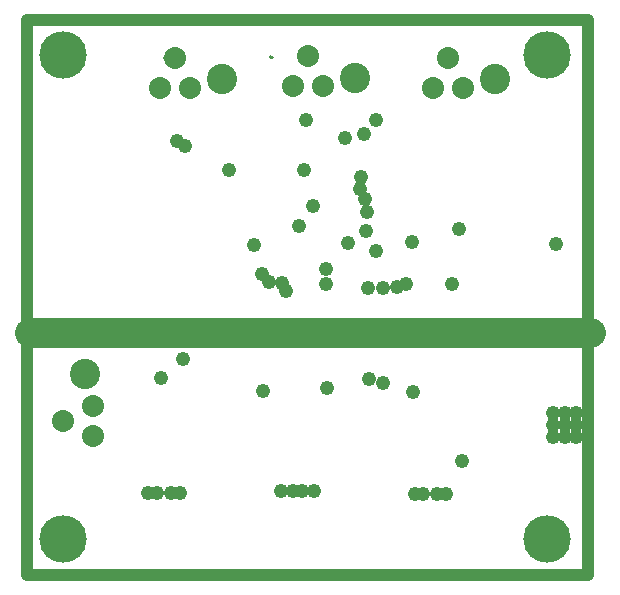
<source format=gbr>
%TF.GenerationSoftware,Altium Limited,Altium Designer,22.10.1 (41)*%
G04 Layer_Physical_Order=3*
G04 Layer_Color=128*
%FSLAX45Y45*%
%MOMM*%
%TF.SameCoordinates,087233EE-98F5-4CDC-9370-A7D44EC71BE6*%
%TF.FilePolarity,Negative*%
%TF.FileFunction,Copper,L3,Inr,Plane*%
%TF.Part,Single*%
G01*
G75*
%TA.AperFunction,NonConductor*%
%ADD45C,2.50000*%
%ADD46C,1.01600*%
%ADD47C,0.25400*%
%TA.AperFunction,WasherPad*%
%ADD48C,4.01600*%
%TA.AperFunction,ComponentPad*%
%ADD49C,1.86600*%
%ADD50C,2.56600*%
%TA.AperFunction,ViaPad*%
%ADD51C,1.21600*%
D45*
X20000Y2349999D02*
X4770000Y2350000D01*
D46*
X0Y300000D02*
Y5000000D01*
X4750000D01*
Y300000D02*
Y5000000D01*
X0Y300000D02*
X4750000D01*
D47*
X2060000Y4684000D02*
X2077000D01*
X2060000D02*
Y4690000D01*
X1160000Y4674000D02*
X1221000D01*
X1160000D02*
Y4680000D01*
D48*
X4400000Y4700000D02*
D03*
X300000Y600000D02*
D03*
X4400000D02*
D03*
X300000Y4700000D02*
D03*
D49*
X3690000Y4420000D02*
D03*
X3563000Y4674000D02*
D03*
X3436000Y4420000D02*
D03*
X560000Y1730000D02*
D03*
X306000Y1603000D02*
D03*
X560000Y1476000D02*
D03*
X2507000Y4436000D02*
D03*
X2380000Y4690000D02*
D03*
X2253000Y4436000D02*
D03*
X1380000Y4420000D02*
D03*
X1253000Y4674000D02*
D03*
X1126000Y4420000D02*
D03*
D50*
X3957000Y4494000D02*
D03*
X486000Y1997000D02*
D03*
X2774000Y4510000D02*
D03*
X1647000Y4494000D02*
D03*
D51*
X3680000Y1260000D02*
D03*
X2540000Y1880000D02*
D03*
X2890000Y1960000D02*
D03*
X2000000Y1860000D02*
D03*
X1130000Y1970000D02*
D03*
X3270000Y1850000D02*
D03*
X3010000Y1922500D02*
D03*
X3600000Y2760000D02*
D03*
X4480000Y3100000D02*
D03*
X3260000Y3120000D02*
D03*
X1340000Y3930000D02*
D03*
X1270000Y3970000D02*
D03*
X1710000Y3730000D02*
D03*
X3470000Y980000D02*
D03*
X3550000D02*
D03*
X3350000D02*
D03*
X3280000D02*
D03*
X1220000Y990000D02*
D03*
X2430000Y1012500D02*
D03*
X2150000D02*
D03*
X2250000D02*
D03*
X4550000Y1570000D02*
D03*
X2330000Y1012500D02*
D03*
X1020000Y990000D02*
D03*
X1100000D02*
D03*
X1290000D02*
D03*
X2530000Y2760000D02*
D03*
X2529768Y2892500D02*
D03*
X2360000Y4150000D02*
D03*
X2189996Y2699995D02*
D03*
X2950000Y4147500D02*
D03*
X2850000Y4030000D02*
D03*
X2420000Y3420000D02*
D03*
X2720000Y3110000D02*
D03*
X3010000Y2730000D02*
D03*
X1320000Y2130000D02*
D03*
X2889625Y2732500D02*
D03*
X3210000Y2760000D02*
D03*
X3130000Y2740000D02*
D03*
X2156973Y2766973D02*
D03*
X1989996Y2849994D02*
D03*
X2300000Y3250000D02*
D03*
X2690000Y4000000D02*
D03*
X2340000Y3730000D02*
D03*
X2870000Y3210000D02*
D03*
X2950000Y3040000D02*
D03*
X2830000Y3670000D02*
D03*
X2860000Y3480000D02*
D03*
X2820000Y3570000D02*
D03*
X3660000Y3230000D02*
D03*
X1920000Y3090000D02*
D03*
X2050000Y2780000D02*
D03*
X2880000Y3370000D02*
D03*
X4450000Y1470000D02*
D03*
Y1570000D02*
D03*
Y1670000D02*
D03*
X4550000D02*
D03*
Y1470000D02*
D03*
X4650000D02*
D03*
Y1570000D02*
D03*
Y1670000D02*
D03*
%TF.MD5,335f23d70eb7bd2dac5e56a30e539a74*%
M02*

</source>
